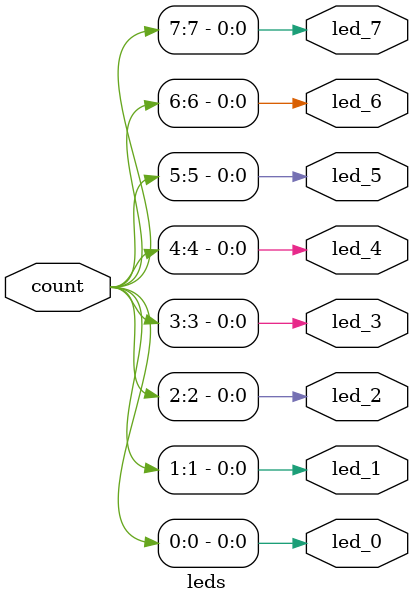
<source format=v>

module leds (
    input [7:0] count,
    output led_0,
    output led_1,
    output led_2,
    output led_3,
    output led_4,
    output led_5,
    output led_6,
    output led_7
);

    assign led_0 = count[0];
    assign led_1 = count[1];
    assign led_2 = count[2];
    assign led_3 = count[3];
    assign led_4 = count[4];
    assign led_5 = count[5];
    assign led_6 = count[6];
    assign led_7 = count[7];
    
endmodule

</source>
